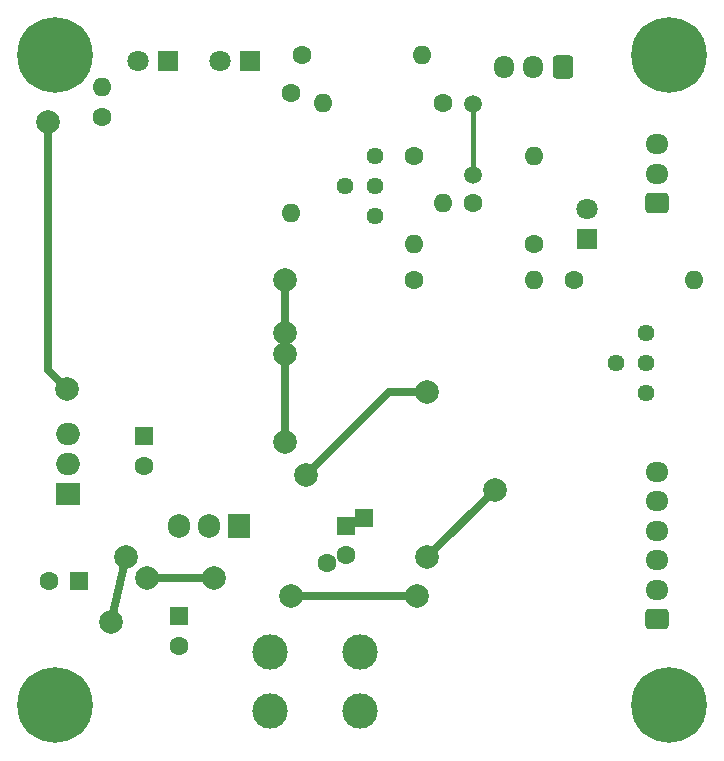
<source format=gbr>
%TF.GenerationSoftware,KiCad,Pcbnew,7.0.8*%
%TF.CreationDate,2023-11-05T22:27:44-08:00*%
%TF.ProjectId,Water Meter Analog - R1,57617465-7220-44d6-9574-657220416e61,rev?*%
%TF.SameCoordinates,Original*%
%TF.FileFunction,Copper,L1,Top*%
%TF.FilePolarity,Positive*%
%FSLAX46Y46*%
G04 Gerber Fmt 4.6, Leading zero omitted, Abs format (unit mm)*
G04 Created by KiCad (PCBNEW 7.0.8) date 2023-11-05 22:27:44*
%MOMM*%
%LPD*%
G01*
G04 APERTURE LIST*
G04 Aperture macros list*
%AMRoundRect*
0 Rectangle with rounded corners*
0 $1 Rounding radius*
0 $2 $3 $4 $5 $6 $7 $8 $9 X,Y pos of 4 corners*
0 Add a 4 corners polygon primitive as box body*
4,1,4,$2,$3,$4,$5,$6,$7,$8,$9,$2,$3,0*
0 Add four circle primitives for the rounded corners*
1,1,$1+$1,$2,$3*
1,1,$1+$1,$4,$5*
1,1,$1+$1,$6,$7*
1,1,$1+$1,$8,$9*
0 Add four rect primitives between the rounded corners*
20,1,$1+$1,$2,$3,$4,$5,0*
20,1,$1+$1,$4,$5,$6,$7,0*
20,1,$1+$1,$6,$7,$8,$9,0*
20,1,$1+$1,$8,$9,$2,$3,0*%
G04 Aperture macros list end*
%TA.AperFunction,ComponentPad*%
%ADD10C,1.600000*%
%TD*%
%TA.AperFunction,ComponentPad*%
%ADD11O,1.600000X1.600000*%
%TD*%
%TA.AperFunction,ComponentPad*%
%ADD12C,1.440000*%
%TD*%
%TA.AperFunction,ComponentPad*%
%ADD13R,1.800000X1.800000*%
%TD*%
%TA.AperFunction,ComponentPad*%
%ADD14C,1.800000*%
%TD*%
%TA.AperFunction,ComponentPad*%
%ADD15R,1.600000X1.600000*%
%TD*%
%TA.AperFunction,ComponentPad*%
%ADD16RoundRect,0.250000X0.600000X0.725000X-0.600000X0.725000X-0.600000X-0.725000X0.600000X-0.725000X0*%
%TD*%
%TA.AperFunction,ComponentPad*%
%ADD17O,1.700000X1.950000*%
%TD*%
%TA.AperFunction,ComponentPad*%
%ADD18RoundRect,0.250000X0.725000X-0.600000X0.725000X0.600000X-0.725000X0.600000X-0.725000X-0.600000X0*%
%TD*%
%TA.AperFunction,ComponentPad*%
%ADD19O,1.950000X1.700000*%
%TD*%
%TA.AperFunction,ComponentPad*%
%ADD20O,1.905000X2.000000*%
%TD*%
%TA.AperFunction,ComponentPad*%
%ADD21R,1.905000X2.000000*%
%TD*%
%TA.AperFunction,ComponentPad*%
%ADD22C,0.800000*%
%TD*%
%TA.AperFunction,ComponentPad*%
%ADD23C,6.400000*%
%TD*%
%TA.AperFunction,ComponentPad*%
%ADD24C,3.000000*%
%TD*%
%TA.AperFunction,ComponentPad*%
%ADD25R,2.000000X1.905000*%
%TD*%
%TA.AperFunction,ComponentPad*%
%ADD26O,2.000000X1.905000*%
%TD*%
%TA.AperFunction,ViaPad*%
%ADD27C,2.000000*%
%TD*%
%TA.AperFunction,ViaPad*%
%ADD28C,1.500000*%
%TD*%
%TA.AperFunction,Conductor*%
%ADD29C,0.635000*%
%TD*%
%TA.AperFunction,Conductor*%
%ADD30C,0.381000*%
%TD*%
G04 APERTURE END LIST*
D10*
%TO.P,R9,1*%
%TO.N,+3V3*%
X39370000Y80500000D03*
D11*
%TO.P,R9,2*%
%TO.N,Net-(U4-IO15)*%
X36830000Y80500000D03*
%TD*%
D12*
%TO.P,RV2,1,1*%
%TO.N,GND*%
X54000000Y64460000D03*
%TO.P,RV2,2,2*%
%TO.N,Net-(C7-Pad2)*%
X54000000Y67000000D03*
X51460000Y67000000D03*
%TO.P,RV2,3,3*%
%TO.N,+5V*%
X54000000Y69540000D03*
%TD*%
D10*
%TO.P,R8,1*%
%TO.N,Net-(U2A-+)*%
X47920000Y74000000D03*
D11*
%TO.P,R8,2*%
%TO.N,Net-(C7-Pad2)*%
X58080000Y74000000D03*
%TD*%
D10*
%TO.P,R7,1*%
%TO.N,Net-(U4-IO15)*%
X34420000Y74000000D03*
D11*
%TO.P,R7,2*%
%TO.N,Net-(U2A-+)*%
X44580000Y74000000D03*
%TD*%
D10*
%TO.P,R6,1*%
%TO.N,Net-(D3-K)*%
X44580000Y77000000D03*
D11*
%TO.P,R6,2*%
%TO.N,Net-(U4-IO15)*%
X34420000Y77000000D03*
%TD*%
D13*
%TO.P,D3,1,K*%
%TO.N,Net-(D3-K)*%
X49000000Y77460000D03*
D14*
%TO.P,D3,2,A*%
%TO.N,+5V*%
X49000000Y80000000D03*
%TD*%
D15*
%TO.P,C5,1*%
%TO.N,+5V*%
X6000000Y48500000D03*
D10*
%TO.P,C5,2*%
%TO.N,GND*%
X3500000Y48500000D03*
%TD*%
D15*
%TO.P,C2,1*%
%TO.N,+5V*%
X14500000Y45500000D03*
D10*
%TO.P,C2,2*%
%TO.N,GND*%
X14500000Y43000000D03*
%TD*%
%TO.P,R5,1*%
%TO.N,+3V3*%
X36830000Y89000000D03*
D11*
%TO.P,R5,2*%
%TO.N,Net-(J4-Pin_1)*%
X26670000Y89000000D03*
%TD*%
D10*
%TO.P,R4,1*%
%TO.N,Net-(R4-Pad1)*%
X34420000Y84500000D03*
D11*
%TO.P,R4,2*%
%TO.N,Net-(J2-Pin_2)*%
X44580000Y84500000D03*
%TD*%
D10*
%TO.P,R2,1*%
%TO.N,Net-(D2-K)*%
X24000000Y89830000D03*
D11*
%TO.P,R2,2*%
%TO.N,GND*%
X24000000Y79670000D03*
%TD*%
D10*
%TO.P,R1,1*%
%TO.N,Net-(D1-K)*%
X24920000Y93000000D03*
D11*
%TO.P,R1,2*%
%TO.N,GND*%
X35080000Y93000000D03*
%TD*%
%TO.P,R3,2*%
%TO.N,+3V3*%
X8000000Y90290000D03*
D10*
%TO.P,R3,1*%
%TO.N,Net-(U4-EN)*%
X8000000Y87750000D03*
%TD*%
D16*
%TO.P,J4,1,Pin_1*%
%TO.N,Net-(J4-Pin_1)*%
X47000000Y92000000D03*
D17*
%TO.P,J4,2,Pin_2*%
%TO.N,+3V3*%
X44500000Y92000000D03*
%TO.P,J4,3,Pin_3*%
%TO.N,GND*%
X42000000Y92000000D03*
%TD*%
D18*
%TO.P,J1,1,Pin_1*%
%TO.N,+3V3*%
X55000000Y45250000D03*
D19*
%TO.P,J1,2,Pin_2*%
%TO.N,Net-(J1-Pin_2)*%
X55000000Y47750000D03*
%TO.P,J1,3,Pin_3*%
%TO.N,Net-(J1-Pin_3)*%
X55000000Y50250000D03*
%TO.P,J1,4,Pin_4*%
%TO.N,Net-(J1-Pin_4)*%
X55000000Y52750000D03*
%TO.P,J1,5,Pin_5*%
%TO.N,Net-(J1-Pin_5)*%
X55000000Y55250000D03*
%TO.P,J1,6,Pin_6*%
%TO.N,GND*%
X55000000Y57750000D03*
%TD*%
D20*
%TO.P,U1,3,VO*%
%TO.N,+5V*%
X14460000Y53195000D03*
%TO.P,U1,2,GND*%
%TO.N,GND*%
X17000000Y53195000D03*
D21*
%TO.P,U1,1,VI*%
%TO.N,Net-(J3-Pin_1)*%
X19540000Y53195000D03*
%TD*%
D12*
%TO.P,RV1,1,1*%
%TO.N,GND*%
X31125000Y79450000D03*
%TO.P,RV1,2,2*%
%TO.N,Net-(U4-SENSOR_VP)*%
X31125000Y81990000D03*
X28585000Y81990000D03*
%TO.P,RV1,3,3*%
%TO.N,Net-(R4-Pad1)*%
X31125000Y84530000D03*
%TD*%
D18*
%TO.P,J2,1,Pin_1*%
%TO.N,+5V*%
X55000000Y80500000D03*
D19*
%TO.P,J2,2,Pin_2*%
%TO.N,Net-(J2-Pin_2)*%
X55000000Y83000000D03*
%TO.P,J2,3,Pin_3*%
%TO.N,GND*%
X55000000Y85500000D03*
%TD*%
D15*
%TO.P,C4,1*%
%TO.N,Net-(J3-Pin_1)*%
X28600000Y53170937D03*
X30200000Y53841874D03*
D10*
%TO.P,C4,2*%
%TO.N,GND*%
X28600000Y50670937D03*
X27000000Y50000000D03*
%TD*%
D22*
%TO.P,H4,1*%
%TO.N,N/C*%
X53600000Y93000000D03*
X54302944Y94697056D03*
X54302944Y91302944D03*
X56000000Y95400000D03*
D23*
X56000000Y93000000D03*
D22*
X56000000Y90600000D03*
X57697056Y94697056D03*
X57697056Y91302944D03*
X58400000Y93000000D03*
%TD*%
%TO.P,H3,1*%
%TO.N,N/C*%
X53600000Y38000000D03*
X54302944Y39697056D03*
X54302944Y36302944D03*
X56000000Y40400000D03*
D23*
X56000000Y38000000D03*
D22*
X56000000Y35600000D03*
X57697056Y39697056D03*
X57697056Y36302944D03*
X58400000Y38000000D03*
%TD*%
%TO.P,H2,1*%
%TO.N,N/C*%
X1600000Y93000000D03*
X2302944Y94697056D03*
X2302944Y91302944D03*
X4000000Y95400000D03*
D23*
X4000000Y93000000D03*
D22*
X4000000Y90600000D03*
X5697056Y94697056D03*
X5697056Y91302944D03*
X6400000Y93000000D03*
%TD*%
%TO.P,H1,1*%
%TO.N,N/C*%
X6400000Y38000000D03*
X5697056Y36302944D03*
X5697056Y39697056D03*
X4000000Y35600000D03*
D23*
X4000000Y38000000D03*
D22*
X4000000Y40400000D03*
X2302944Y36302944D03*
X2302944Y39697056D03*
X1600000Y38000000D03*
%TD*%
D15*
%TO.P,C1,1*%
%TO.N,+3V3*%
X11500000Y60750000D03*
D10*
%TO.P,C1,2*%
%TO.N,GND*%
X11500000Y58250000D03*
%TD*%
D13*
%TO.P,D2,1,K*%
%TO.N,Net-(D2-K)*%
X20540000Y92500000D03*
D14*
%TO.P,D2,2,A*%
%TO.N,Net-(D2-A)*%
X18000000Y92500000D03*
%TD*%
D13*
%TO.P,D1,1,K*%
%TO.N,Net-(D1-K)*%
X13540000Y92500000D03*
D14*
%TO.P,D1,2,A*%
%TO.N,+3V3*%
X11000000Y92500000D03*
%TD*%
D24*
%TO.P,J3,1,Pin_1*%
%TO.N,Net-(J3-Pin_1)*%
X29810000Y42500000D03*
X29810000Y37500000D03*
%TO.P,J3,2,Pin_2*%
%TO.N,GND*%
X22190000Y42500000D03*
X22190000Y37500000D03*
%TD*%
D25*
%TO.P,U5,1,VI*%
%TO.N,+5V*%
X5080000Y55880000D03*
D26*
%TO.P,U5,2,GND*%
%TO.N,GND*%
X5080000Y58420000D03*
%TO.P,U5,3,VO*%
%TO.N,+3V3*%
X5080000Y60960000D03*
%TD*%
D27*
%TO.N,GND*%
X23500000Y74000000D03*
X23500000Y69500000D03*
D28*
%TO.N,+3V3*%
X39370000Y88870000D03*
X39370000Y82870000D03*
D27*
%TO.N,+5V*%
X35500000Y64500000D03*
%TO.N,GND*%
X11750000Y48750000D03*
X17500000Y48750000D03*
X10000000Y50500000D03*
X8750000Y45000000D03*
X35500000Y50500000D03*
X41250000Y56250000D03*
%TO.N,+5V*%
X25250000Y57500000D03*
%TO.N,+3V3*%
X3405000Y87405000D03*
%TO.N,GND*%
X24000000Y47250000D03*
X34625000Y47250000D03*
X23500000Y60250000D03*
X23500000Y67750000D03*
%TO.N,+3V3*%
X5000000Y64750000D03*
%TD*%
D29*
%TO.N,GND*%
X23500000Y69500000D02*
X23500000Y74000000D01*
X23500000Y67750000D02*
X23500000Y60250000D01*
D30*
%TO.N,+3V3*%
X39370000Y82870000D02*
X39370000Y88870000D01*
D29*
%TO.N,+5V*%
X32250000Y64500000D02*
X25250000Y57500000D01*
X35500000Y64500000D02*
X32250000Y64500000D01*
%TO.N,GND*%
X41250000Y56250000D02*
X35500000Y50500000D01*
X10000000Y50500000D02*
X8750000Y45000000D01*
X11750000Y48750000D02*
X17500000Y48750000D01*
X24000000Y47250000D02*
X34625000Y47250000D01*
%TO.N,+3V3*%
X3405000Y66345000D02*
X5000000Y64750000D01*
X3405000Y87405000D02*
X3405000Y66345000D01*
%TD*%
M02*

</source>
